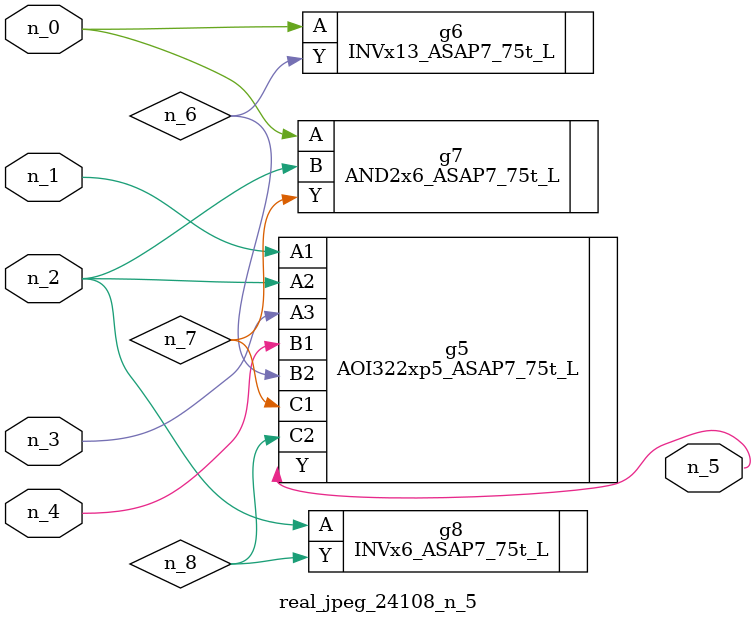
<source format=v>
module real_jpeg_24108_n_5 (n_4, n_0, n_1, n_2, n_3, n_5);

input n_4;
input n_0;
input n_1;
input n_2;
input n_3;

output n_5;

wire n_8;
wire n_6;
wire n_7;

INVx13_ASAP7_75t_L g6 ( 
.A(n_0),
.Y(n_6)
);

AND2x6_ASAP7_75t_L g7 ( 
.A(n_0),
.B(n_2),
.Y(n_7)
);

AOI322xp5_ASAP7_75t_L g5 ( 
.A1(n_1),
.A2(n_2),
.A3(n_3),
.B1(n_4),
.B2(n_6),
.C1(n_7),
.C2(n_8),
.Y(n_5)
);

INVx6_ASAP7_75t_L g8 ( 
.A(n_2),
.Y(n_8)
);


endmodule
</source>
